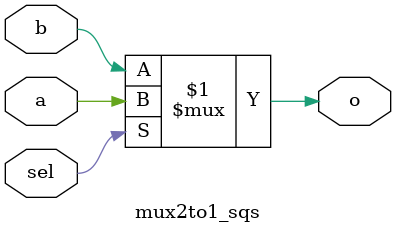
<source format=v>
`timescale 1ns / 1ps

module mux2to1_sqs(
	input [WIDTH - 1:0] a,
	input [WIDTH - 1:0] b,
	input sel,
	output [WIDTH - 1:0] o
	);
	parameter WIDTH = 1;
	assign o = sel ? a : b;
endmodule

</source>
